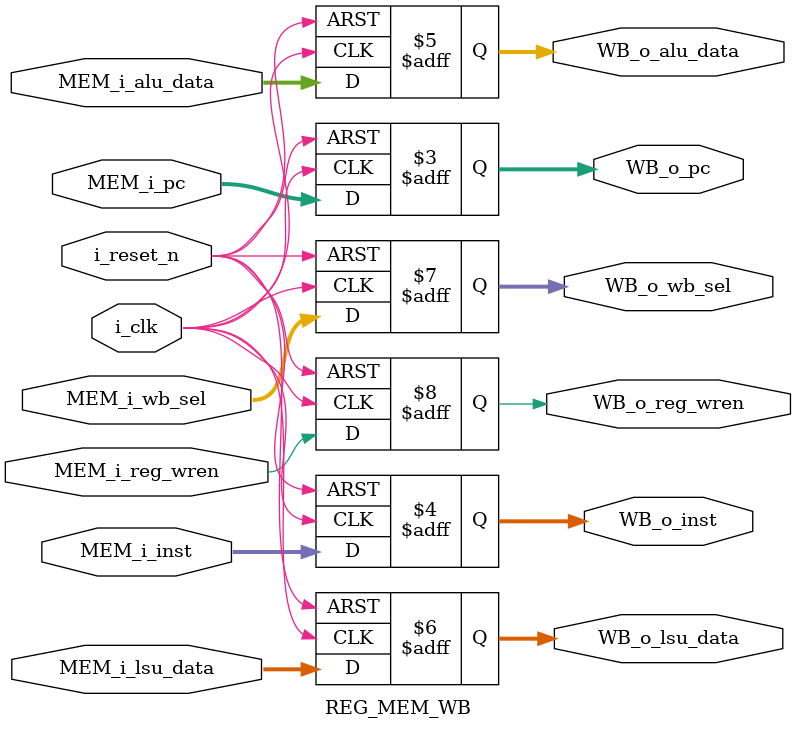
<source format=sv>
module REG_MEM_WB (
  input             i_clk          , 
  input             i_reset_n      ,

  input      [31:0] MEM_i_pc       ,
  input      [31:0] MEM_i_inst     ,
  input      [31:0] MEM_i_alu_data ,
  input      [31:0] MEM_i_lsu_data ,
  input      [ 1:0] MEM_i_wb_sel   ,
  input             MEM_i_reg_wren ,

  output reg [31:0] WB_o_pc        ,
  output reg [31:0] WB_o_inst      ,
  output reg [31:0] WB_o_alu_data  ,
  output reg [31:0] WB_o_lsu_data  ,
  output reg [ 1:0] WB_o_wb_sel    ,
  output reg        WB_o_reg_wren
);

  always_ff @(posedge i_clk or negedge i_reset_n) begin
    if(~i_reset_n) begin
      WB_o_lsu_data       <= 32'd0;
      WB_o_reg_wren       <= 1'd0 ;
      WB_o_pc             <= 32'd0;
      WB_o_alu_data       <= 32'd0;
      WB_o_wb_sel         <= 2'd0 ;
      WB_o_inst           <= 32'd0;
    end else begin
      WB_o_lsu_data       <= MEM_i_lsu_data;
      WB_o_reg_wren       <= MEM_i_reg_wren;
      WB_o_pc             <= MEM_i_pc      ;
      WB_o_alu_data       <= MEM_i_alu_data;
      WB_o_wb_sel         <= MEM_i_wb_sel  ;
      WB_o_inst           <= MEM_i_inst    ;
    end
  end

endmodule

</source>
